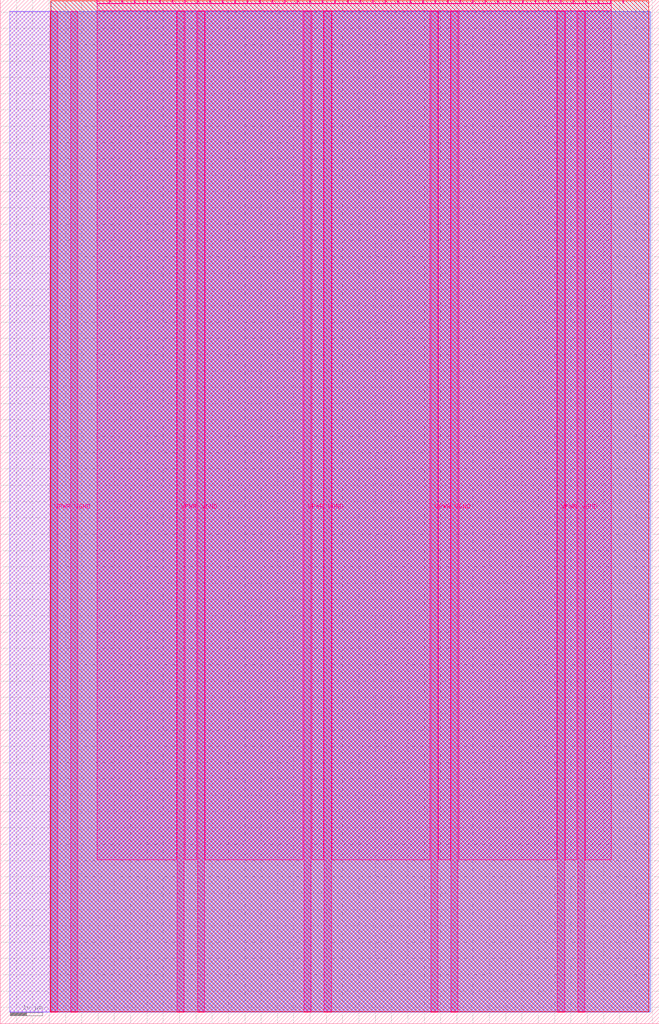
<source format=lef>
VERSION 5.7 ;
  NOWIREEXTENSIONATPIN ON ;
  DIVIDERCHAR "/" ;
  BUSBITCHARS "[]" ;
MACRO tt_um_pid_controller
  CLASS BLOCK ;
  FOREIGN tt_um_pid_controller ;
  ORIGIN 0.000 0.000 ;
  SIZE 202.080 BY 313.740 ;
  PIN VGND
    DIRECTION INOUT ;
    USE GROUND ;
    PORT
      LAYER Metal5 ;
        RECT 21.580 3.560 23.780 310.180 ;
    END
    PORT
      LAYER Metal5 ;
        RECT 60.450 3.560 62.650 310.180 ;
    END
    PORT
      LAYER Metal5 ;
        RECT 99.320 3.560 101.520 310.180 ;
    END
    PORT
      LAYER Metal5 ;
        RECT 138.190 3.560 140.390 310.180 ;
    END
    PORT
      LAYER Metal5 ;
        RECT 177.060 3.560 179.260 310.180 ;
    END
  END VGND
  PIN VPWR
    DIRECTION INOUT ;
    USE POWER ;
    PORT
      LAYER Metal5 ;
        RECT 15.380 3.560 17.580 310.180 ;
    END
    PORT
      LAYER Metal5 ;
        RECT 54.250 3.560 56.450 310.180 ;
    END
    PORT
      LAYER Metal5 ;
        RECT 93.120 3.560 95.320 310.180 ;
    END
    PORT
      LAYER Metal5 ;
        RECT 131.990 3.560 134.190 310.180 ;
    END
    PORT
      LAYER Metal5 ;
        RECT 170.860 3.560 173.060 310.180 ;
    END
  END VPWR
  PIN clk
    DIRECTION INPUT ;
    USE SIGNAL ;
    ANTENNAGATEAREA 0.213200 ;
    PORT
      LAYER Metal5 ;
        RECT 187.050 312.740 187.350 313.740 ;
    END
  END clk
  PIN ena
    DIRECTION INPUT ;
    USE SIGNAL ;
    PORT
      LAYER Metal5 ;
        RECT 190.890 312.740 191.190 313.740 ;
    END
  END ena
  PIN rst_n
    DIRECTION INPUT ;
    USE SIGNAL ;
    ANTENNAGATEAREA 0.213200 ;
    PORT
      LAYER Metal5 ;
        RECT 183.210 312.740 183.510 313.740 ;
    END
  END rst_n
  PIN ui_in[0]
    DIRECTION INPUT ;
    USE SIGNAL ;
    ANTENNAGATEAREA 0.314600 ;
    PORT
      LAYER Metal5 ;
        RECT 179.370 312.740 179.670 313.740 ;
    END
  END ui_in[0]
  PIN ui_in[1]
    DIRECTION INPUT ;
    USE SIGNAL ;
    ANTENNAGATEAREA 1.450800 ;
    PORT
      LAYER Metal5 ;
        RECT 175.530 312.740 175.830 313.740 ;
    END
  END ui_in[1]
  PIN ui_in[2]
    DIRECTION INPUT ;
    USE SIGNAL ;
    ANTENNAGATEAREA 0.314600 ;
    PORT
      LAYER Metal5 ;
        RECT 171.690 312.740 171.990 313.740 ;
    END
  END ui_in[2]
  PIN ui_in[3]
    DIRECTION INPUT ;
    USE SIGNAL ;
    ANTENNAGATEAREA 0.314600 ;
    PORT
      LAYER Metal5 ;
        RECT 167.850 312.740 168.150 313.740 ;
    END
  END ui_in[3]
  PIN ui_in[4]
    DIRECTION INPUT ;
    USE SIGNAL ;
    ANTENNAGATEAREA 0.314600 ;
    PORT
      LAYER Metal5 ;
        RECT 164.010 312.740 164.310 313.740 ;
    END
  END ui_in[4]
  PIN ui_in[5]
    DIRECTION INPUT ;
    USE SIGNAL ;
    ANTENNAGATEAREA 0.314600 ;
    PORT
      LAYER Metal5 ;
        RECT 160.170 312.740 160.470 313.740 ;
    END
  END ui_in[5]
  PIN ui_in[6]
    DIRECTION INPUT ;
    USE SIGNAL ;
    ANTENNAGATEAREA 0.314600 ;
    PORT
      LAYER Metal5 ;
        RECT 156.330 312.740 156.630 313.740 ;
    END
  END ui_in[6]
  PIN ui_in[7]
    DIRECTION INPUT ;
    USE SIGNAL ;
    ANTENNAGATEAREA 0.314600 ;
    PORT
      LAYER Metal5 ;
        RECT 152.490 312.740 152.790 313.740 ;
    END
  END ui_in[7]
  PIN uio_in[0]
    DIRECTION INPUT ;
    USE SIGNAL ;
    ANTENNAGATEAREA 0.314600 ;
    PORT
      LAYER Metal5 ;
        RECT 148.650 312.740 148.950 313.740 ;
    END
  END uio_in[0]
  PIN uio_in[1]
    DIRECTION INPUT ;
    USE SIGNAL ;
    ANTENNAGATEAREA 0.213200 ;
    PORT
      LAYER Metal5 ;
        RECT 144.810 312.740 145.110 313.740 ;
    END
  END uio_in[1]
  PIN uio_in[2]
    DIRECTION INPUT ;
    USE SIGNAL ;
    ANTENNAGATEAREA 0.213200 ;
    PORT
      LAYER Metal5 ;
        RECT 140.970 312.740 141.270 313.740 ;
    END
  END uio_in[2]
  PIN uio_in[3]
    DIRECTION INPUT ;
    USE SIGNAL ;
    ANTENNAGATEAREA 0.213200 ;
    PORT
      LAYER Metal5 ;
        RECT 137.130 312.740 137.430 313.740 ;
    END
  END uio_in[3]
  PIN uio_in[4]
    DIRECTION INPUT ;
    USE SIGNAL ;
    ANTENNAGATEAREA 0.314600 ;
    PORT
      LAYER Metal5 ;
        RECT 133.290 312.740 133.590 313.740 ;
    END
  END uio_in[4]
  PIN uio_in[5]
    DIRECTION INPUT ;
    USE SIGNAL ;
    ANTENNAGATEAREA 0.314600 ;
    PORT
      LAYER Metal5 ;
        RECT 129.450 312.740 129.750 313.740 ;
    END
  END uio_in[5]
  PIN uio_in[6]
    DIRECTION INPUT ;
    USE SIGNAL ;
    ANTENNAGATEAREA 0.314600 ;
    PORT
      LAYER Metal5 ;
        RECT 125.610 312.740 125.910 313.740 ;
    END
  END uio_in[6]
  PIN uio_in[7]
    DIRECTION INPUT ;
    USE SIGNAL ;
    ANTENNAGATEAREA 0.314600 ;
    PORT
      LAYER Metal5 ;
        RECT 121.770 312.740 122.070 313.740 ;
    END
  END uio_in[7]
  PIN uio_oe[0]
    DIRECTION OUTPUT ;
    USE SIGNAL ;
    ANTENNADIFFAREA 0.299200 ;
    PORT
      LAYER Metal5 ;
        RECT 56.490 312.740 56.790 313.740 ;
    END
  END uio_oe[0]
  PIN uio_oe[1]
    DIRECTION OUTPUT ;
    USE SIGNAL ;
    ANTENNADIFFAREA 0.299200 ;
    PORT
      LAYER Metal5 ;
        RECT 52.650 312.740 52.950 313.740 ;
    END
  END uio_oe[1]
  PIN uio_oe[2]
    DIRECTION OUTPUT ;
    USE SIGNAL ;
    ANTENNADIFFAREA 0.299200 ;
    PORT
      LAYER Metal5 ;
        RECT 48.810 312.740 49.110 313.740 ;
    END
  END uio_oe[2]
  PIN uio_oe[3]
    DIRECTION OUTPUT ;
    USE SIGNAL ;
    ANTENNADIFFAREA 0.299200 ;
    PORT
      LAYER Metal5 ;
        RECT 44.970 312.740 45.270 313.740 ;
    END
  END uio_oe[3]
  PIN uio_oe[4]
    DIRECTION OUTPUT ;
    USE SIGNAL ;
    ANTENNADIFFAREA 0.299200 ;
    PORT
      LAYER Metal5 ;
        RECT 41.130 312.740 41.430 313.740 ;
    END
  END uio_oe[4]
  PIN uio_oe[5]
    DIRECTION OUTPUT ;
    USE SIGNAL ;
    ANTENNADIFFAREA 0.299200 ;
    PORT
      LAYER Metal5 ;
        RECT 37.290 312.740 37.590 313.740 ;
    END
  END uio_oe[5]
  PIN uio_oe[6]
    DIRECTION OUTPUT ;
    USE SIGNAL ;
    ANTENNADIFFAREA 0.299200 ;
    PORT
      LAYER Metal5 ;
        RECT 33.450 312.740 33.750 313.740 ;
    END
  END uio_oe[6]
  PIN uio_oe[7]
    DIRECTION OUTPUT ;
    USE SIGNAL ;
    ANTENNADIFFAREA 0.299200 ;
    PORT
      LAYER Metal5 ;
        RECT 29.610 312.740 29.910 313.740 ;
    END
  END uio_oe[7]
  PIN uio_out[0]
    DIRECTION OUTPUT ;
    USE SIGNAL ;
    ANTENNADIFFAREA 0.299200 ;
    PORT
      LAYER Metal5 ;
        RECT 87.210 312.740 87.510 313.740 ;
    END
  END uio_out[0]
  PIN uio_out[1]
    DIRECTION OUTPUT ;
    USE SIGNAL ;
    ANTENNADIFFAREA 0.299200 ;
    PORT
      LAYER Metal5 ;
        RECT 83.370 312.740 83.670 313.740 ;
    END
  END uio_out[1]
  PIN uio_out[2]
    DIRECTION OUTPUT ;
    USE SIGNAL ;
    ANTENNADIFFAREA 0.299200 ;
    PORT
      LAYER Metal5 ;
        RECT 79.530 312.740 79.830 313.740 ;
    END
  END uio_out[2]
  PIN uio_out[3]
    DIRECTION OUTPUT ;
    USE SIGNAL ;
    ANTENNADIFFAREA 0.299200 ;
    PORT
      LAYER Metal5 ;
        RECT 75.690 312.740 75.990 313.740 ;
    END
  END uio_out[3]
  PIN uio_out[4]
    DIRECTION OUTPUT ;
    USE SIGNAL ;
    ANTENNADIFFAREA 0.299200 ;
    PORT
      LAYER Metal5 ;
        RECT 71.850 312.740 72.150 313.740 ;
    END
  END uio_out[4]
  PIN uio_out[5]
    DIRECTION OUTPUT ;
    USE SIGNAL ;
    ANTENNADIFFAREA 0.299200 ;
    PORT
      LAYER Metal5 ;
        RECT 68.010 312.740 68.310 313.740 ;
    END
  END uio_out[5]
  PIN uio_out[6]
    DIRECTION OUTPUT ;
    USE SIGNAL ;
    ANTENNADIFFAREA 0.299200 ;
    PORT
      LAYER Metal5 ;
        RECT 64.170 312.740 64.470 313.740 ;
    END
  END uio_out[6]
  PIN uio_out[7]
    DIRECTION OUTPUT ;
    USE SIGNAL ;
    ANTENNADIFFAREA 0.299200 ;
    PORT
      LAYER Metal5 ;
        RECT 60.330 312.740 60.630 313.740 ;
    END
  END uio_out[7]
  PIN uo_out[0]
    DIRECTION OUTPUT ;
    USE SIGNAL ;
    ANTENNAGATEAREA 0.109200 ;
    ANTENNADIFFAREA 0.632400 ;
    PORT
      LAYER Metal5 ;
        RECT 117.930 312.740 118.230 313.740 ;
    END
  END uo_out[0]
  PIN uo_out[1]
    DIRECTION OUTPUT ;
    USE SIGNAL ;
    ANTENNAGATEAREA 0.109200 ;
    ANTENNADIFFAREA 0.632400 ;
    PORT
      LAYER Metal5 ;
        RECT 114.090 312.740 114.390 313.740 ;
    END
  END uo_out[1]
  PIN uo_out[2]
    DIRECTION OUTPUT ;
    USE SIGNAL ;
    ANTENNAGATEAREA 0.109200 ;
    ANTENNADIFFAREA 0.632400 ;
    PORT
      LAYER Metal5 ;
        RECT 110.250 312.740 110.550 313.740 ;
    END
  END uo_out[2]
  PIN uo_out[3]
    DIRECTION OUTPUT ;
    USE SIGNAL ;
    ANTENNAGATEAREA 0.109200 ;
    ANTENNADIFFAREA 0.632400 ;
    PORT
      LAYER Metal5 ;
        RECT 106.410 312.740 106.710 313.740 ;
    END
  END uo_out[3]
  PIN uo_out[4]
    DIRECTION OUTPUT ;
    USE SIGNAL ;
    ANTENNAGATEAREA 0.109200 ;
    ANTENNADIFFAREA 0.632400 ;
    PORT
      LAYER Metal5 ;
        RECT 102.570 312.740 102.870 313.740 ;
    END
  END uo_out[4]
  PIN uo_out[5]
    DIRECTION OUTPUT ;
    USE SIGNAL ;
    ANTENNAGATEAREA 0.109200 ;
    ANTENNADIFFAREA 0.632400 ;
    PORT
      LAYER Metal5 ;
        RECT 98.730 312.740 99.030 313.740 ;
    END
  END uo_out[5]
  PIN uo_out[6]
    DIRECTION OUTPUT ;
    USE SIGNAL ;
    ANTENNAGATEAREA 0.109200 ;
    ANTENNADIFFAREA 0.632400 ;
    PORT
      LAYER Metal5 ;
        RECT 94.890 312.740 95.190 313.740 ;
    END
  END uo_out[6]
  PIN uo_out[7]
    DIRECTION OUTPUT ;
    USE SIGNAL ;
    ANTENNAGATEAREA 0.109200 ;
    ANTENNADIFFAREA 0.632400 ;
    PORT
      LAYER Metal5 ;
        RECT 91.050 312.740 91.350 313.740 ;
    END
  END uo_out[7]
  OBS
      LAYER GatPoly ;
        RECT 2.880 3.630 199.200 310.110 ;
      LAYER Metal1 ;
        RECT 2.880 3.560 199.200 310.180 ;
      LAYER Metal2 ;
        RECT 15.515 3.680 199.475 310.060 ;
      LAYER Metal3 ;
        RECT 15.560 3.635 198.820 313.465 ;
      LAYER Metal4 ;
        RECT 15.515 3.680 198.865 313.420 ;
      LAYER Metal5 ;
        RECT 30.120 312.530 33.240 312.740 ;
        RECT 33.960 312.530 37.080 312.740 ;
        RECT 37.800 312.530 40.920 312.740 ;
        RECT 41.640 312.530 44.760 312.740 ;
        RECT 45.480 312.530 48.600 312.740 ;
        RECT 49.320 312.530 52.440 312.740 ;
        RECT 53.160 312.530 56.280 312.740 ;
        RECT 57.000 312.530 60.120 312.740 ;
        RECT 60.840 312.530 63.960 312.740 ;
        RECT 64.680 312.530 67.800 312.740 ;
        RECT 68.520 312.530 71.640 312.740 ;
        RECT 72.360 312.530 75.480 312.740 ;
        RECT 76.200 312.530 79.320 312.740 ;
        RECT 80.040 312.530 83.160 312.740 ;
        RECT 83.880 312.530 87.000 312.740 ;
        RECT 87.720 312.530 90.840 312.740 ;
        RECT 91.560 312.530 94.680 312.740 ;
        RECT 95.400 312.530 98.520 312.740 ;
        RECT 99.240 312.530 102.360 312.740 ;
        RECT 103.080 312.530 106.200 312.740 ;
        RECT 106.920 312.530 110.040 312.740 ;
        RECT 110.760 312.530 113.880 312.740 ;
        RECT 114.600 312.530 117.720 312.740 ;
        RECT 118.440 312.530 121.560 312.740 ;
        RECT 122.280 312.530 125.400 312.740 ;
        RECT 126.120 312.530 129.240 312.740 ;
        RECT 129.960 312.530 133.080 312.740 ;
        RECT 133.800 312.530 136.920 312.740 ;
        RECT 137.640 312.530 140.760 312.740 ;
        RECT 141.480 312.530 144.600 312.740 ;
        RECT 145.320 312.530 148.440 312.740 ;
        RECT 149.160 312.530 152.280 312.740 ;
        RECT 153.000 312.530 156.120 312.740 ;
        RECT 156.840 312.530 159.960 312.740 ;
        RECT 160.680 312.530 163.800 312.740 ;
        RECT 164.520 312.530 167.640 312.740 ;
        RECT 168.360 312.530 171.480 312.740 ;
        RECT 172.200 312.530 175.320 312.740 ;
        RECT 176.040 312.530 179.160 312.740 ;
        RECT 179.880 312.530 183.000 312.740 ;
        RECT 183.720 312.530 186.840 312.740 ;
        RECT 29.660 310.390 187.300 312.530 ;
        RECT 29.660 50.255 54.040 310.390 ;
        RECT 56.660 50.255 60.240 310.390 ;
        RECT 62.860 50.255 92.910 310.390 ;
        RECT 95.530 50.255 99.110 310.390 ;
        RECT 101.730 50.255 131.780 310.390 ;
        RECT 134.400 50.255 137.980 310.390 ;
        RECT 140.600 50.255 170.650 310.390 ;
        RECT 173.270 50.255 176.850 310.390 ;
        RECT 179.470 50.255 187.300 310.390 ;
  END
END tt_um_pid_controller
END LIBRARY


</source>
